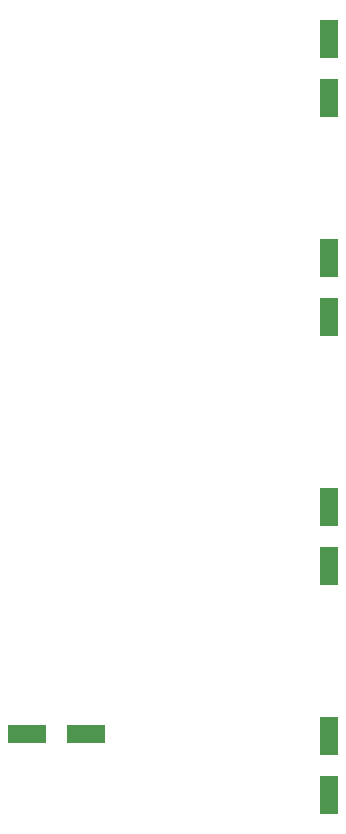
<source format=gtp>
G04*
G04 #@! TF.GenerationSoftware,Altium Limited,Altium Designer,21.0.8 (223)*
G04*
G04 Layer_Color=8421504*
%FSLAX25Y25*%
%MOIN*%
G70*
G04*
G04 #@! TF.SameCoordinates,BD0D8E5F-934B-4C72-AD9E-884AB11E7CA7*
G04*
G04*
G04 #@! TF.FilePolarity,Positive*
G04*
G01*
G75*
%ADD17R,0.12598X0.06299*%
%ADD18R,0.06299X0.12598*%
D17*
X358500Y202500D02*
D03*
X378185D02*
D03*
D18*
X459000Y182157D02*
D03*
Y201843D02*
D03*
Y258500D02*
D03*
Y278185D02*
D03*
Y414657D02*
D03*
Y434343D02*
D03*
Y341657D02*
D03*
Y361343D02*
D03*
M02*

</source>
